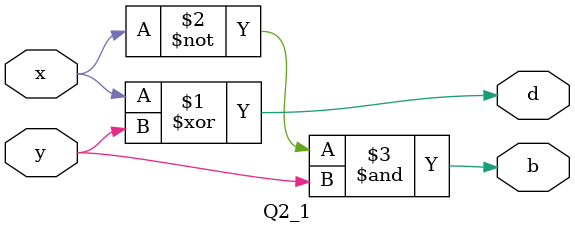
<source format=v>
module Q2_1
(
	input x, y,
	output d, b
);

//Assignments...

assign d = x ^ y;

assign b = (~x) & y;

endmodule
</source>
